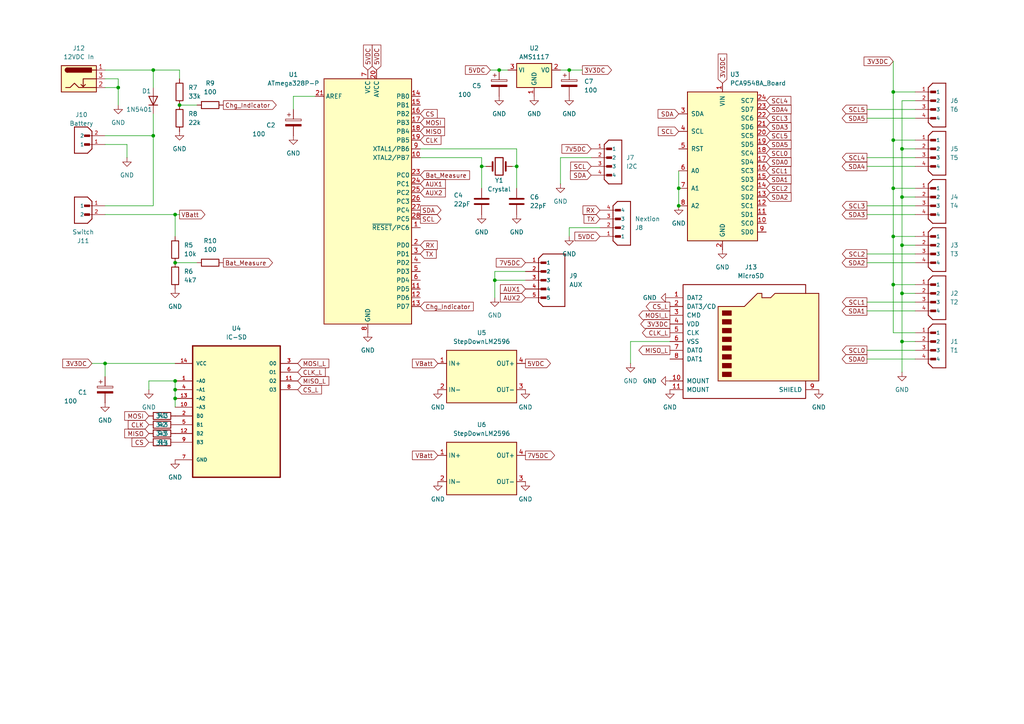
<source format=kicad_sch>
(kicad_sch (version 20231120) (generator "eeschema") (generator_version "8.0")
  (paper "A4")
  (lib_symbols
    (symbol "74VHC125M:74VHC125M" (pin_names (offset 1.016))
      (property "Reference" "U" (at -5.1562 17.8309 0))
      (property "Value" "74VHC125M" (at -4.424 -27.1541 0))
      (symbol "74VHC125M_0_0"
        (rectangle (start -12.7 -22.86) (end 12.7 15.24) (stroke (width 0.4064)) (fill (type background)))
        (pin input line (at -17.78 5.08 0) (length 5.08) (name "~A0") (number "1"))
        (pin input line (at -17.78 -2.54 0) (length 5.08) (name "~A3") (number "10"))
        (pin output line (at 17.78 5.08 180) (length 5.08) (name "O2") (number "11"))
        (pin input line (at -17.78 -10.16 0) (length 5.08) (name "B2") (number "12"))
        (pin input line (at -17.78 0 0) (length 5.08) (name "~A2") (number "13"))
        (pin power_in line (at -17.78 10.16 0) (length 5.08) (name "VCC") (number "14"))
        (pin input line (at -17.78 -5.08 0) (length 5.08) (name "B0") (number "2"))
        (pin output line (at 17.78 10.16 180) (length 5.08) (name "O0") (number "3"))
        (pin input line (at -17.78 2.54 0) (length 5.08) (name "~A1") (number "4"))
        (pin input line (at -17.78 -7.62 0) (length 5.08) (name "B1") (number "5"))
        (pin output line (at 17.78 7.62 180) (length 5.08) (name "O1") (number "6"))
        (pin passive line (at -17.78 -17.78 0) (length 5.08) (name "GND") (number "7"))
        (pin output line (at 17.78 2.54 180) (length 5.08) (name "O3") (number "8"))
        (pin input line (at -17.78 -12.7 0) (length 5.08) (name "B3") (number "9"))
      )
    )
    (symbol "Connector:Barrel_Jack_Switch" (pin_names hide)
      (property "Reference" "J" (at 0 5.334 0))
      (property "Value" "Barrel_Jack_Switch" (at 0 -5.08 0))
      (symbol "Barrel_Jack_Switch_0_1"
        (rectangle (start -5.08 3.81) (end 5.08 -3.81) (stroke (width 0.254)) (fill (type background)))
        (arc (start -3.302 3.175) (mid -3.9343 2.54) (end -3.302 1.905) (stroke (width 0.254)))
        (arc (start -3.302 3.175) (mid -3.9343 2.54) (end -3.302 1.905) (stroke (width 0.254)) (fill (type outline)))
        (polyline (pts (xy 1.27 -2.286) (xy 1.905 -1.651)) (stroke (width 0.254)))
        (polyline (pts (xy 5.08 2.54) (xy 3.81 2.54)) (stroke (width 0.254)))
        (polyline (pts (xy 5.08 0) (xy 1.27 0) (xy 1.27 -2.286) (xy 0.635 -1.651)) (stroke (width 0.254)))
        (polyline (pts (xy -3.81 -2.54) (xy -2.54 -2.54) (xy -1.27 -1.27) (xy 0 -2.54) (xy 2.54 -2.54) (xy 5.08 -2.54)) (stroke (width 0.254)))
        (rectangle (start 3.683 3.175) (end -3.302 1.905) (stroke (width 0.254)) (fill (type outline)))
      )
      (symbol "Barrel_Jack_Switch_1_1"
        (pin passive line (at 7.62 2.54 180) (length 2.54) (name "~") (number "1"))
        (pin passive line (at 7.62 -2.54 180) (length 2.54) (name "~") (number "2"))
        (pin passive line (at 7.62 0 180) (length 2.54) (name "~") (number "3"))
      )
    )
    (symbol "DM3AT-SF-PEJM5:DM3AT-SF-PEJM5" (pin_names (offset 1.016))
      (property "Reference" "J" (at -10.16 20.828 0))
      (property "Value" "DM3AT-SF-PEJM5" (at -2.54 -17.78 0))
      (symbol "DM3AT-SF-PEJM5_0_1"
        (rectangle (start -1.27 -7.62) (end 1.27 -8.89) (stroke (width 0.254)) (fill (type outline)))
        (rectangle (start -1.27 -5.08) (end 1.27 -6.35) (stroke (width 0.254)) (fill (type outline)))
        (rectangle (start -1.27 -2.54) (end 1.27 -3.81) (stroke (width 0.254)) (fill (type outline)))
        (rectangle (start -1.27 0) (end 1.27 -1.27) (stroke (width 0.254)) (fill (type outline)))
        (rectangle (start -1.27 2.54) (end 1.27 1.27) (stroke (width 0.254)) (fill (type outline)))
        (rectangle (start -1.27 5.08) (end 1.27 3.81) (stroke (width 0.254)) (fill (type outline)))
        (rectangle (start -1.27 7.62) (end 1.27 6.35) (stroke (width 0.254)) (fill (type outline)))
        (rectangle (start -1.27 10.16) (end 1.27 8.89) (stroke (width 0.254)) (fill (type outline)))
        (polyline (pts (xy 22.86 15.24) (xy 22.86 17.78) (xy -12.7 17.78) (xy -12.7 -15.24) (xy 22.86 -15.24) (xy 22.86 -10.16)) (stroke (width 0.254)))
        (polyline (pts (xy -2.54 -10.16) (xy -2.54 11.43) (xy 5.08 11.43) (xy 8.89 15.24) (xy 10.16 15.24) (xy 10.16 13.97) (xy 12.7 13.97) (xy 13.97 15.24) (xy 26.67 15.24) (xy 26.67 -10.16) (xy -2.54 -10.16)) (stroke (width 0.254)) (fill (type background)))
      )
      (symbol "DM3AT-SF-PEJM5_1_1"
        (pin bidirectional line (at -16.51 13.97 0) (length 3.81) (name "DAT2") (number "1"))
        (pin passive line (at -16.51 -10.16 0) (length 3.81) (name "MOUNT") (number "10"))
        (pin passive line (at -16.51 -12.7 0) (length 3.81) (name "MOUNT") (number "11"))
        (pin bidirectional line (at -16.51 11.43 0) (length 3.81) (name "DAT3/CD") (number "2"))
        (pin input line (at -16.51 8.89 0) (length 3.81) (name "CMD") (number "3"))
        (pin power_in line (at -16.51 6.35 0) (length 3.81) (name "VDD") (number "4"))
        (pin input line (at -16.51 3.81 0) (length 3.81) (name "CLK") (number "5"))
        (pin power_in line (at -16.51 1.27 0) (length 3.81) (name "VSS") (number "6"))
        (pin bidirectional line (at -16.51 -1.27 0) (length 3.81) (name "DAT0") (number "7"))
        (pin bidirectional line (at -16.51 -3.81 0) (length 3.81) (name "DAT1") (number "8"))
        (pin passive line (at 26.67 -12.7 180) (length 3.81) (name "SHIELD") (number "9"))
      )
    )
    (symbol "Device:C" (pin_numbers hide) (pin_names (offset 0.254))
      (property "Reference" "C" (at 0.635 2.54 0))
      (property "Value" "C" (at 0.635 -2.54 0))
      (symbol "C_0_1"
        (polyline (pts (xy -2.032 -0.762) (xy 2.032 -0.762)) (stroke (width 0.508)))
        (polyline (pts (xy -2.032 0.762) (xy 2.032 0.762)) (stroke (width 0.508)))
      )
      (symbol "C_1_1"
        (pin passive line (at 0 3.81 270) (length 2.794) (name "~") (number "1"))
        (pin passive line (at 0 -3.81 90) (length 2.794) (name "~") (number "2"))
      )
    )
    (symbol "Device:C_Polarized" (pin_numbers hide) (pin_names (offset 0.254))
      (property "Reference" "C" (at 0.635 2.54 0))
      (property "Value" "C_Polarized" (at 0.635 -2.54 0))
      (symbol "C_Polarized_0_1"
        (rectangle (start -2.286 0.508) (end 2.286 1.016))
        (polyline (pts (xy -1.778 2.286) (xy -0.762 2.286)))
        (polyline (pts (xy -1.27 2.794) (xy -1.27 1.778)))
        (rectangle (start 2.286 -0.508) (end -2.286 -1.016) (fill (type outline)))
      )
      (symbol "C_Polarized_1_1"
        (pin passive line (at 0 3.81 270) (length 2.794) (name "~") (number "1"))
        (pin passive line (at 0 -3.81 90) (length 2.794) (name "~") (number "2"))
      )
    )
    (symbol "Device:Crystal" (pin_numbers hide) (pin_names (offset 1.016) hide)
      (property "Reference" "Y" (at 0 3.81 0))
      (property "Value" "Crystal" (at 0 -3.81 0))
      (symbol "Crystal_0_1"
        (rectangle (start -1.143 2.54) (end 1.143 -2.54) (stroke (width 0.3048)))
        (polyline (pts (xy -2.54 0) (xy -1.905 0)))
        (polyline (pts (xy -1.905 -1.27) (xy -1.905 1.27)) (stroke (width 0.508)))
        (polyline (pts (xy 1.905 -1.27) (xy 1.905 1.27)) (stroke (width 0.508)))
        (polyline (pts (xy 2.54 0) (xy 1.905 0)))
      )
      (symbol "Crystal_1_1"
        (pin passive line (at -3.81 0 0) (length 1.27) (name "1") (number "1"))
        (pin passive line (at 3.81 0 180) (length 1.27) (name "2") (number "2"))
      )
    )
    (symbol "Device:R" (pin_numbers hide) (pin_names (offset 0))
      (property "Reference" "R" (at 2.032 0 90))
      (property "Value" "R" (at 0 0 90))
      (symbol "R_0_1"
        (rectangle (start -1.016 -2.54) (end 1.016 2.54) (stroke (width 0.254)))
      )
      (symbol "R_1_1"
        (pin passive line (at 0 3.81 270) (length 1.27) (name "~") (number "1"))
        (pin passive line (at 0 -3.81 90) (length 1.27) (name "~") (number "2"))
      )
    )
    (symbol "Diode:1N5401" (pin_numbers hide) (pin_names hide)
      (property "Reference" "D" (at 0 2.54 0))
      (property "Value" "1N5401" (at 0 -2.54 0))
      (symbol "1N5401_0_1"
        (polyline (pts (xy -1.27 1.27) (xy -1.27 -1.27)) (stroke (width 0.254)))
        (polyline (pts (xy 1.27 0) (xy -1.27 0)))
        (polyline (pts (xy 1.27 1.27) (xy 1.27 -1.27) (xy -1.27 0) (xy 1.27 1.27)) (stroke (width 0.254)))
      )
      (symbol "1N5401_1_1"
        (pin passive line (at -3.81 0 0) (length 2.54) (name "K") (number "1"))
        (pin passive line (at 3.81 0 180) (length 2.54) (name "A") (number "2"))
      )
    )
    (symbol "JST2PINFEMALE:B2B-XH-A" (pin_names (offset 1.016))
      (property "Reference" "J" (at -2.54 6.35 0))
      (property "Value" "JST-2PIN" (at -2.54 -5.08 0))
      (symbol "B2B-XH-A_0_0"
        (rectangle (start -3.175 -0.3175) (end -1.5875 0.3175) (stroke (width 0.1)) (fill (type outline)))
        (rectangle (start -3.175 2.2225) (end -1.5875 2.8575) (stroke (width 0.1)) (fill (type outline)))
        (polyline (pts (xy -3.81 -1.27) (xy -2.54 -2.54)) (stroke (width 0.254)))
        (polyline (pts (xy -3.81 3.81) (xy -3.81 -1.27)) (stroke (width 0.254)))
        (polyline (pts (xy -3.81 3.81) (xy -2.54 5.08)) (stroke (width 0.254)))
        (polyline (pts (xy -2.54 -2.54) (xy 1.27 -2.54)) (stroke (width 0.254)))
        (polyline (pts (xy 1.27 -2.54) (xy 1.27 5.08)) (stroke (width 0.254)))
        (polyline (pts (xy 1.27 5.08) (xy -2.54 5.08)) (stroke (width 0.254)))
        (pin passive line (at -7.62 2.54 0) (length 5.08) (name "1") (number "1"))
        (pin passive line (at -7.62 0 0) (length 5.08) (name "2") (number "2"))
      )
    )
    (symbol "JST4PINFEMALE:B4B-XH-A_LF__SN_" (pin_names (offset 1.016))
      (property "Reference" "J" (at -2.54 6.35 0))
      (property "Value" "JST-4PIN" (at -2.54 -10.16 0))
      (symbol "B4B-XH-A_LF__SN__0_0"
        (rectangle (start -3.175 -5.3975) (end -1.5875 -4.7625) (stroke (width 0.1)) (fill (type outline)))
        (rectangle (start -3.175 -2.8575) (end -1.5875 -2.2225) (stroke (width 0.1)) (fill (type outline)))
        (rectangle (start -3.175 -0.3175) (end -1.5875 0.3175) (stroke (width 0.1)) (fill (type outline)))
        (rectangle (start -3.175 2.2225) (end -1.5875 2.8575) (stroke (width 0.1)) (fill (type outline)))
        (polyline (pts (xy -3.81 -6.35) (xy -2.54 -7.62)) (stroke (width 0.254)))
        (polyline (pts (xy -3.81 3.81) (xy -3.81 -6.35)) (stroke (width 0.254)))
        (polyline (pts (xy -3.81 3.81) (xy -2.54 5.08)) (stroke (width 0.254)))
        (polyline (pts (xy -2.54 -7.62) (xy 1.27 -7.62)) (stroke (width 0.254)))
        (polyline (pts (xy 1.27 -7.62) (xy 1.27 5.08)) (stroke (width 0.254)))
        (polyline (pts (xy 1.27 5.08) (xy -2.54 5.08)) (stroke (width 0.254)))
        (pin passive line (at -7.62 2.54 0) (length 5.08) (name "1") (number "1"))
        (pin passive line (at -7.62 0 0) (length 5.08) (name "2") (number "2"))
        (pin passive line (at -7.62 -2.54 0) (length 5.08) (name "3") (number "3"))
        (pin passive line (at -7.62 -5.08 0) (length 5.08) (name "4") (number "4"))
      )
    )
    (symbol "JST5PIN:B5B-XH-A" (pin_names (offset 1.016))
      (property "Reference" "J" (at -2.54 8.89 0))
      (property "Value" "B5B-XH-A" (at -2.54 -10.16 0))
      (symbol "B5B-XH-A_0_0"
        (rectangle (start -3.175 -5.3975) (end -1.5875 -4.7625) (stroke (width 0.1)) (fill (type outline)))
        (rectangle (start -3.175 -2.8575) (end -1.5875 -2.2225) (stroke (width 0.1)) (fill (type outline)))
        (rectangle (start -3.175 -0.3175) (end -1.5875 0.3175) (stroke (width 0.1)) (fill (type outline)))
        (rectangle (start -3.175 2.2225) (end -1.5875 2.8575) (stroke (width 0.1)) (fill (type outline)))
        (rectangle (start -3.175 4.7625) (end -1.5875 5.3975) (stroke (width 0.1)) (fill (type outline)))
        (polyline (pts (xy -3.81 -6.35) (xy -2.54 -7.62)) (stroke (width 0.254)))
        (polyline (pts (xy -3.81 6.35) (xy -3.81 -6.35)) (stroke (width 0.254)))
        (polyline (pts (xy -3.81 6.35) (xy -2.54 7.62)) (stroke (width 0.254)))
        (polyline (pts (xy -2.54 -7.62) (xy 3.81 -7.62)) (stroke (width 0.254)))
        (polyline (pts (xy 3.81 -7.62) (xy 3.81 7.62)) (stroke (width 0.254)))
        (polyline (pts (xy 3.81 7.62) (xy -2.54 7.62)) (stroke (width 0.254)))
        (pin passive line (at -7.62 5.08 0) (length 5.08) (name "1") (number "1"))
        (pin passive line (at -7.62 2.54 0) (length 5.08) (name "2") (number "2"))
        (pin passive line (at -7.62 0 0) (length 5.08) (name "3") (number "3"))
        (pin passive line (at -7.62 -2.54 0) (length 5.08) (name "4") (number "4"))
        (pin passive line (at -7.62 -5.08 0) (length 5.08) (name "5") (number "5"))
      )
    )
    (symbol "MCU_Microchip_ATmega:ATmega328P-P"
      (property "Reference" "U" (at -12.7 36.83 0))
      (property "Value" "ATmega328P-P" (at 2.54 -36.83 0))
      (symbol "ATmega328P-P_0_1"
        (rectangle (start -12.7 -35.56) (end 12.7 35.56) (stroke (width 0.254)) (fill (type background)))
      )
      (symbol "ATmega328P-P_1_1"
        (pin bidirectional line (at 15.24 -7.62 180) (length 2.54) (name "~{RESET}/PC6") (number "1"))
        (pin bidirectional line (at 15.24 12.7 180) (length 2.54) (name "XTAL2/PB7") (number "10"))
        (pin bidirectional line (at 15.24 -25.4 180) (length 2.54) (name "PD5") (number "11"))
        (pin bidirectional line (at 15.24 -27.94 180) (length 2.54) (name "PD6") (number "12"))
        (pin bidirectional line (at 15.24 -30.48 180) (length 2.54) (name "PD7") (number "13"))
        (pin bidirectional line (at 15.24 30.48 180) (length 2.54) (name "PB0") (number "14"))
        (pin bidirectional line (at 15.24 27.94 180) (length 2.54) (name "PB1") (number "15"))
        (pin bidirectional line (at 15.24 25.4 180) (length 2.54) (name "PB2") (number "16"))
        (pin bidirectional line (at 15.24 22.86 180) (length 2.54) (name "PB3") (number "17"))
        (pin bidirectional line (at 15.24 20.32 180) (length 2.54) (name "PB4") (number "18"))
        (pin bidirectional line (at 15.24 17.78 180) (length 2.54) (name "PB5") (number "19"))
        (pin bidirectional line (at 15.24 -12.7 180) (length 2.54) (name "PD0") (number "2"))
        (pin power_in line (at 2.54 38.1 270) (length 2.54) (name "AVCC") (number "20"))
        (pin passive line (at -15.24 30.48 0) (length 2.54) (name "AREF") (number "21"))
        (pin passive line (at 0 -38.1 90) (length 2.54) hide (name "GND") (number "22"))
        (pin bidirectional line (at 15.24 7.62 180) (length 2.54) (name "PC0") (number "23"))
        (pin bidirectional line (at 15.24 5.08 180) (length 2.54) (name "PC1") (number "24"))
        (pin bidirectional line (at 15.24 2.54 180) (length 2.54) (name "PC2") (number "25"))
        (pin bidirectional line (at 15.24 0 180) (length 2.54) (name "PC3") (number "26"))
        (pin bidirectional line (at 15.24 -2.54 180) (length 2.54) (name "PC4") (number "27"))
        (pin bidirectional line (at 15.24 -5.08 180) (length 2.54) (name "PC5") (number "28"))
        (pin bidirectional line (at 15.24 -15.24 180) (length 2.54) (name "PD1") (number "3"))
        (pin bidirectional line (at 15.24 -17.78 180) (length 2.54) (name "PD2") (number "4"))
        (pin bidirectional line (at 15.24 -20.32 180) (length 2.54) (name "PD3") (number "5"))
        (pin bidirectional line (at 15.24 -22.86 180) (length 2.54) (name "PD4") (number "6"))
        (pin power_in line (at 0 38.1 270) (length 2.54) (name "VCC") (number "7"))
        (pin power_in line (at 0 -38.1 90) (length 2.54) (name "GND") (number "8"))
        (pin bidirectional line (at 15.24 15.24 180) (length 2.54) (name "XTAL1/PB6") (number "9"))
      )
    )
    (symbol "PCA9548A:PCA9548A" (pin_names (offset 1.016))
      (property "Reference" "U" (at -9.398 22.098 0))
      (property "Value" "PCA9548A_Board" (at -19.05 24.13 0))
      (symbol "PCA9548A_0_0"
        (rectangle (start -10.16 21.59) (end 10.16 -21.59) (stroke (width 0.254)) (fill (type background)))
      )
      (symbol "PCA9548A_1_0"
        (pin power_in line (at 0 24.13 270) (length 2.54) (name "VIN") (number "1"))
        (pin bidirectional line (at 12.7 -16.51 180) (length 2.54) (name "SC0") (number "10"))
        (pin bidirectional line (at 12.7 -13.97 180) (length 2.54) (name "SD1") (number "11"))
        (pin bidirectional line (at 12.7 -11.43 180) (length 2.54) (name "SC1") (number "12"))
        (pin bidirectional line (at 12.7 -8.89 180) (length 2.54) (name "SD2") (number "13"))
        (pin bidirectional line (at 12.7 -6.35 180) (length 2.54) (name "SC2") (number "14"))
        (pin bidirectional line (at 12.7 -3.81 180) (length 2.54) (name "SD3") (number "15"))
        (pin bidirectional line (at 12.7 -1.27 180) (length 2.54) (name "SC3") (number "16"))
        (pin bidirectional line (at 12.7 1.27 180) (length 2.54) (name "SD4") (number "17"))
        (pin bidirectional line (at 12.7 3.81 180) (length 2.54) (name "SC4") (number "18"))
        (pin bidirectional line (at 12.7 6.35 180) (length 2.54) (name "SD5") (number "19"))
        (pin power_in line (at 0 -24.13 90) (length 2.54) (name "GND") (number "2"))
        (pin bidirectional line (at 12.7 8.89 180) (length 2.54) (name "SC5") (number "20"))
        (pin bidirectional line (at 12.7 11.43 180) (length 2.54) (name "SD6") (number "21"))
        (pin bidirectional line (at 12.7 13.97 180) (length 2.54) (name "SC6") (number "22"))
        (pin bidirectional line (at 12.7 16.51 180) (length 2.54) (name "SD7") (number "23"))
        (pin bidirectional line (at 12.7 19.05 180) (length 2.54) (name "SC7") (number "24"))
        (pin bidirectional line (at -12.7 15.24 0) (length 2.54) (name "SDA") (number "3"))
        (pin bidirectional line (at -12.7 10.16 0) (length 2.54) (name "SCL") (number "4"))
        (pin bidirectional line (at -12.7 5.08 0) (length 2.54) (name "RST") (number "5"))
        (pin input line (at -12.7 -1.27 0) (length 2.54) (name "A0") (number "6"))
        (pin input line (at -12.7 -6.35 0) (length 2.54) (name "A1") (number "7"))
        (pin input line (at -12.7 -11.43 0) (length 2.54) (name "A2") (number "8"))
        (pin bidirectional line (at 12.7 -19.05 180) (length 2.54) (name "SD0") (number "9"))
      )
    )
    (symbol "Regulator_Linear:AMS1117-3.3"
      (property "Reference" "U" (at -3.81 3.175 0))
      (property "Value" "AMS1117-3.3" (at 0 3.175 0))
      (symbol "AMS1117-3.3_0_1"
        (rectangle (start -5.08 -5.08) (end 5.08 1.905) (stroke (width 0.254)) (fill (type background)))
      )
      (symbol "AMS1117-3.3_1_1"
        (pin power_in line (at 0 -7.62 90) (length 2.54) (name "GND") (number "1"))
        (pin power_out line (at 7.62 0 180) (length 2.54) (name "VO") (number "2"))
        (pin power_in line (at -7.62 0 0) (length 2.54) (name "VI") (number "3"))
      )
    )
    (symbol "StepDownLM2596:StepDownLM2596"
      (property "Reference" "U" (at -5.08 8.89 0))
      (property "Value" "StepDownLM2596" (at -7.62 0 0))
      (symbol "StepDownLM2596_0_1"
        (rectangle (start -10.16 7.62) (end 10.16 -7.62) (stroke (width 0.254)) (fill (type background)))
      )
      (symbol "StepDownLM2596_1_1"
        (pin power_in line (at -12.7 3.81 0) (length 2.54) (name "IN+") (number "1"))
        (pin power_in line (at -12.7 -3.81 0) (length 2.54) (name "IN-") (number "2"))
        (pin power_out line (at 12.7 -3.81 180) (length 2.54) (name "OUT-") (number "3"))
        (pin power_out line (at 12.7 3.81 180) (length 2.54) (name "OUT+") (number "4"))
      )
    )
    (symbol "power:GND" (power) (pin_numbers hide) (pin_names (offset 0) hide)
      (property "Value" "GND" (at 0 -3.81 0))
      (symbol "GND_0_1"
        (polyline (pts (xy 0 0) (xy 0 -1.27) (xy 1.27 -1.27) (xy 0 -2.54) (xy -1.27 -1.27) (xy 0 -1.27)))
      )
      (symbol "GND_1_1"
        (pin power_in line (at 0 0 270) (length 0) (name "~") (number "1"))
      )
    )
  )
  (junction (at 259.08 82.55))
  (junction (at 259.08 54.61))
  (junction (at 50.8 110.49))
  (junction (at 261.62 71.12))
  (junction (at 143.51 81.28))
  (junction (at 259.08 68.58))
  (junction (at 139.7 48.26))
  (junction (at 50.8 115.57))
  (junction (at 165.1 20.32))
  (junction (at 261.62 57.15))
  (junction (at 44.45 39.37))
  (junction (at 259.08 26.67))
  (junction (at 261.62 85.09))
  (junction (at 261.62 43.18))
  (junction (at 52.07 30.48))
  (junction (at 50.8 76.2))
  (junction (at 261.62 99.06))
  (junction (at 50.8 62.23))
  (junction (at 30.48 105.41))
  (junction (at 44.45 20.32))
  (junction (at 196.85 54.61))
  (junction (at 144.78 20.32))
  (junction (at 196.85 59.69))
  (junction (at 34.29 25.4))
  (junction (at 259.08 40.64))
  (junction (at 149.86 48.26))
  (junction (at 50.8 113.03))
  (wire (pts (xy 251.46 62.23) (xy 265.43 62.23)))
  (wire (pts (xy 34.29 25.4) (xy 34.29 30.48)))
  (wire (pts (xy 165.1 66.04) (xy 173.99 66.04)))
  (wire (pts (xy 43.18 110.49) (xy 43.18 113.03)))
  (wire (pts (xy 34.29 22.86) (xy 34.29 25.4)))
  (wire (pts (xy 26.67 105.41) (xy 30.48 105.41)))
  (wire (pts (xy 259.08 26.67) (xy 265.43 26.67)))
  (wire (pts (xy 50.8 110.49) (xy 50.8 113.03)))
  (wire (pts (xy 261.62 57.15) (xy 265.43 57.15)))
  (wire (pts (xy 265.43 68.58) (xy 259.08 68.58)))
  (wire (pts (xy 85.09 27.94) (xy 91.44 27.94)))
  (wire (pts (xy 52.07 20.32) (xy 52.07 22.86)))
  (wire (pts (xy 139.7 48.26) (xy 140.97 48.26)))
  (wire (pts (xy 85.09 31.75) (xy 85.09 27.94)))
  (wire (pts (xy 44.45 25.4) (xy 44.45 20.32)))
  (wire (pts (xy 259.08 82.55) (xy 259.08 68.58)))
  (wire (pts (xy 251.46 101.6) (xy 265.43 101.6)))
  (wire (pts (xy 251.46 87.63) (xy 265.43 87.63)))
  (wire (pts (xy 251.46 90.17) (xy 265.43 90.17)))
  (wire (pts (xy 251.46 31.75) (xy 265.43 31.75)))
  (wire (pts (xy 261.62 43.18) (xy 265.43 43.18)))
  (wire (pts (xy 142.24 20.32) (xy 144.78 20.32)))
  (wire (pts (xy 251.46 73.66) (xy 265.43 73.66)))
  (wire (pts (xy 121.92 43.18) (xy 149.86 43.18)))
  (wire (pts (xy 162.56 20.32) (xy 165.1 20.32)))
  (wire (pts (xy 265.43 82.55) (xy 259.08 82.55)))
  (wire (pts (xy 162.56 53.34) (xy 162.56 45.72)))
  (wire (pts (xy 149.86 43.18) (xy 149.86 48.26)))
  (wire (pts (xy 196.85 49.53) (xy 196.85 54.61)))
  (wire (pts (xy 261.62 71.12) (xy 265.43 71.12)))
  (wire (pts (xy 261.62 85.09) (xy 265.43 85.09)))
  (wire (pts (xy 30.48 20.32) (xy 44.45 20.32)))
  (wire (pts (xy 165.1 20.32) (xy 168.91 20.32)))
  (wire (pts (xy 261.62 99.06) (xy 265.43 99.06)))
  (wire (pts (xy 43.18 110.49) (xy 50.8 110.49)))
  (wire (pts (xy 50.8 76.2) (xy 57.15 76.2)))
  (wire (pts (xy 30.48 59.69) (xy 44.45 59.69)))
  (wire (pts (xy 251.46 34.29) (xy 265.43 34.29)))
  (wire (pts (xy 139.7 54.61) (xy 139.7 48.26)))
  (wire (pts (xy 261.62 57.15) (xy 261.62 71.12)))
  (wire (pts (xy 259.08 40.64) (xy 259.08 54.61)))
  (wire (pts (xy 50.8 115.57) (xy 50.8 118.11)))
  (wire (pts (xy 261.62 99.06) (xy 261.62 107.95)))
  (wire (pts (xy 251.46 104.14) (xy 265.43 104.14)))
  (wire (pts (xy 143.51 78.74) (xy 152.4 78.74)))
  (wire (pts (xy 162.56 45.72) (xy 171.45 45.72)))
  (wire (pts (xy 251.46 48.26) (xy 265.43 48.26)))
  (wire (pts (xy 30.48 22.86) (xy 34.29 22.86)))
  (wire (pts (xy 50.8 62.23) (xy 50.8 68.58)))
  (wire (pts (xy 259.08 40.64) (xy 259.08 26.67)))
  (wire (pts (xy 30.48 62.23) (xy 50.8 62.23)))
  (wire (pts (xy 259.08 17.78) (xy 259.08 26.67)))
  (wire (pts (xy 44.45 59.69) (xy 44.45 39.37)))
  (wire (pts (xy 36.83 41.91) (xy 30.48 41.91)))
  (wire (pts (xy 259.08 96.52) (xy 259.08 82.55)))
  (wire (pts (xy 44.45 20.32) (xy 52.07 20.32)))
  (wire (pts (xy 30.48 25.4) (xy 34.29 25.4)))
  (wire (pts (xy 261.62 43.18) (xy 261.62 57.15)))
  (wire (pts (xy 139.7 45.72) (xy 139.7 48.26)))
  (wire (pts (xy 182.88 105.41) (xy 182.88 99.06)))
  (wire (pts (xy 30.48 105.41) (xy 50.8 105.41)))
  (wire (pts (xy 251.46 76.2) (xy 265.43 76.2)))
  (wire (pts (xy 261.62 71.12) (xy 261.62 85.09)))
  (wire (pts (xy 52.07 30.48) (xy 57.15 30.48)))
  (wire (pts (xy 259.08 54.61) (xy 259.08 68.58)))
  (wire (pts (xy 149.86 54.61) (xy 149.86 48.26)))
  (wire (pts (xy 265.43 29.21) (xy 261.62 29.21)))
  (wire (pts (xy 261.62 29.21) (xy 261.62 43.18)))
  (wire (pts (xy 165.1 68.58) (xy 165.1 66.04)))
  (wire (pts (xy 143.51 81.28) (xy 143.51 78.74)))
  (wire (pts (xy 50.8 62.23) (xy 52.07 62.23)))
  (wire (pts (xy 196.85 54.61) (xy 196.85 59.69)))
  (wire (pts (xy 261.62 85.09) (xy 261.62 99.06)))
  (wire (pts (xy 143.51 81.28) (xy 152.4 81.28)))
  (wire (pts (xy 144.78 20.32) (xy 147.32 20.32)))
  (wire (pts (xy 251.46 59.69) (xy 265.43 59.69)))
  (wire (pts (xy 149.86 48.26) (xy 148.59 48.26)))
  (wire (pts (xy 139.7 45.72) (xy 121.92 45.72)))
  (wire (pts (xy 143.51 86.36) (xy 143.51 81.28)))
  (wire (pts (xy 44.45 39.37) (xy 30.48 39.37)))
  (wire (pts (xy 182.88 99.06) (xy 194.31 99.06)))
  (wire (pts (xy 265.43 54.61) (xy 259.08 54.61)))
  (wire (pts (xy 36.83 41.91) (xy 36.83 45.72)))
  (wire (pts (xy 265.43 96.52) (xy 259.08 96.52)))
  (wire (pts (xy 50.8 113.03) (xy 50.8 115.57)))
  (wire (pts (xy 251.46 45.72) (xy 265.43 45.72)))
  (wire (pts (xy 30.48 109.22) (xy 30.48 105.41)))
  (wire (pts (xy 265.43 40.64) (xy 259.08 40.64)))
  (wire (pts (xy 44.45 33.02) (xy 44.45 39.37)))
  (global_label "MISO_L" (shape output) (at 194.31 101.6 180) (property "Intersheetrefs" "${INTERSHEET_REFS}" (effects (hide yes))))
  (global_label "AUX1" (shape input) (at 121.92 53.34 0) (property "Intersheetrefs" "${INTERSHEET_REFS}" (effects (hide yes))))
  (global_label "SCL1" (shape output) (at 251.46 87.63 180) (property "Intersheetrefs" "${INTERSHEET_REFS}" (effects (hide yes))))
  (global_label "VBatt" (shape input) (at 127 132.08 180) (property "Intersheetrefs" "${INTERSHEET_REFS}" (effects (hide yes))))
  (global_label "SCL" (shape input) (at 171.45 48.26 180) (property "Intersheetrefs" "${INTERSHEET_REFS}" (effects (hide yes))))
  (global_label "SCL4" (shape input) (at 222.25 29.21 0) (property "Intersheetrefs" "${INTERSHEET_REFS}" (effects (hide yes))))
  (global_label "AUX1" (shape input) (at 152.4 83.82 180) (property "Intersheetrefs" "${INTERSHEET_REFS}" (effects (hide yes))))
  (global_label "3V3DC" (shape output) (at 168.91 20.32 0) (property "Intersheetrefs" "${INTERSHEET_REFS}" (effects (hide yes))))
  (global_label "5VDC" (shape input) (at 106.68 20.32 90) (property "Intersheetrefs" "${INTERSHEET_REFS}" (effects (hide yes))))
  (global_label "5VDC" (shape input) (at 173.99 68.58 180) (property "Intersheetrefs" "${INTERSHEET_REFS}" (effects (hide yes))))
  (global_label "RX" (shape input) (at 121.92 71.12 0) (property "Intersheetrefs" "${INTERSHEET_REFS}" (effects (hide yes))))
  (global_label "7V5DC" (shape input) (at 152.4 76.2 180) (property "Intersheetrefs" "${INTERSHEET_REFS}" (effects (hide yes))))
  (global_label "SCL3" (shape input) (at 222.25 34.29 0) (property "Intersheetrefs" "${INTERSHEET_REFS}" (effects (hide yes))))
  (global_label "RX" (shape input) (at 173.99 60.96 180) (property "Intersheetrefs" "${INTERSHEET_REFS}" (effects (hide yes))))
  (global_label "SDA" (shape input) (at 171.45 50.8 180) (property "Intersheetrefs" "${INTERSHEET_REFS}" (effects (hide yes))))
  (global_label "AUX2" (shape input) (at 121.92 55.88 0) (property "Intersheetrefs" "${INTERSHEET_REFS}" (effects (hide yes))))
  (global_label "SDA3" (shape output) (at 251.46 62.23 180) (property "Intersheetrefs" "${INTERSHEET_REFS}" (effects (hide yes))))
  (global_label "CS" (shape input) (at 121.92 33.02 0) (property "Intersheetrefs" "${INTERSHEET_REFS}" (effects (hide yes))))
  (global_label "SDA" (shape input) (at 196.85 33.02 180) (property "Intersheetrefs" "${INTERSHEET_REFS}" (effects (hide yes))))
  (global_label "3V3DC" (shape input) (at 26.67 105.41 180) (property "Intersheetrefs" "${INTERSHEET_REFS}" (effects (hide yes))))
  (global_label "MOSI_L" (shape input) (at 86.36 105.41 0) (property "Intersheetrefs" "${INTERSHEET_REFS}" (effects (hide yes))))
  (global_label "5VDC" (shape output) (at 152.4 105.41 0) (property "Intersheetrefs" "${INTERSHEET_REFS}" (effects (hide yes))))
  (global_label "Chg_Indicator" (shape output) (at 64.77 30.48 0) (property "Intersheetrefs" "${INTERSHEET_REFS}" (effects (hide yes))))
  (global_label "CLK_L" (shape output) (at 194.31 96.52 180) (property "Intersheetrefs" "${INTERSHEET_REFS}" (effects (hide yes))))
  (global_label "TX" (shape input) (at 173.99 63.5 180) (property "Intersheetrefs" "${INTERSHEET_REFS}" (effects (hide yes))))
  (global_label "SCL4" (shape output) (at 251.46 45.72 180) (property "Intersheetrefs" "${INTERSHEET_REFS}" (effects (hide yes))))
  (global_label "SDA5" (shape input) (at 222.25 41.91 0) (property "Intersheetrefs" "${INTERSHEET_REFS}" (effects (hide yes))))
  (global_label "MOSI_L" (shape output) (at 194.31 91.44 180) (property "Intersheetrefs" "${INTERSHEET_REFS}" (effects (hide yes))))
  (global_label "SDA3" (shape input) (at 222.25 36.83 0) (property "Intersheetrefs" "${INTERSHEET_REFS}" (effects (hide yes))))
  (global_label "SCL0" (shape input) (at 222.25 44.45 0) (property "Intersheetrefs" "${INTERSHEET_REFS}" (effects (hide yes))))
  (global_label "TX" (shape input) (at 121.92 73.66 0) (property "Intersheetrefs" "${INTERSHEET_REFS}" (effects (hide yes))))
  (global_label "CLK" (shape input) (at 121.92 40.64 0) (property "Intersheetrefs" "${INTERSHEET_REFS}" (effects (hide yes))))
  (global_label "VBatt" (shape output) (at 52.07 62.23 0) (property "Intersheetrefs" "${INTERSHEET_REFS}" (effects (hide yes))))
  (global_label "SCL2" (shape output) (at 251.46 73.66 180) (property "Intersheetrefs" "${INTERSHEET_REFS}" (effects (hide yes))))
  (global_label "SDA0" (shape output) (at 251.46 104.14 180) (property "Intersheetrefs" "${INTERSHEET_REFS}" (effects (hide yes))))
  (global_label "SDA4" (shape input) (at 222.25 31.75 0) (property "Intersheetrefs" "${INTERSHEET_REFS}" (effects (hide yes))))
  (global_label "SCL2" (shape input) (at 222.25 54.61 0) (property "Intersheetrefs" "${INTERSHEET_REFS}" (effects (hide yes))))
  (global_label "Chg_Indicator" (shape input) (at 121.92 88.9 0) (property "Intersheetrefs" "${INTERSHEET_REFS}" (effects (hide yes))))
  (global_label "CLK" (shape input) (at 43.18 123.19 180) (property "Intersheetrefs" "${INTERSHEET_REFS}" (effects (hide yes))))
  (global_label "CS_L" (shape output) (at 194.31 88.9 180) (property "Intersheetrefs" "${INTERSHEET_REFS}" (effects (hide yes))))
  (global_label "MISO" (shape input) (at 43.18 125.73 180) (property "Intersheetrefs" "${INTERSHEET_REFS}" (effects (hide yes))))
  (global_label "SDA5" (shape output) (at 251.46 34.29 180) (property "Intersheetrefs" "${INTERSHEET_REFS}" (effects (hide yes))))
  (global_label "MOSI" (shape input) (at 121.92 35.56 0) (property "Intersheetrefs" "${INTERSHEET_REFS}" (effects (hide yes))))
  (global_label "SCL5" (shape output) (at 251.46 31.75 180) (property "Intersheetrefs" "${INTERSHEET_REFS}" (effects (hide yes))))
  (global_label "7V5DC" (shape input) (at 171.45 43.18 180) (property "Intersheetrefs" "${INTERSHEET_REFS}" (effects (hide yes))))
  (global_label "SDA2" (shape output) (at 251.46 76.2 180) (property "Intersheetrefs" "${INTERSHEET_REFS}" (effects (hide yes))))
  (global_label "SDA1" (shape output) (at 251.46 90.17 180) (property "Intersheetrefs" "${INTERSHEET_REFS}" (effects (hide yes))))
  (global_label "Bat_Measure" (shape input) (at 121.92 50.8 0) (property "Intersheetrefs" "${INTERSHEET_REFS}" (effects (hide yes))))
  (global_label "SCL0" (shape output) (at 251.46 101.6 180) (property "Intersheetrefs" "${INTERSHEET_REFS}" (effects (hide yes))))
  (global_label "CS_L" (shape input) (at 86.36 113.03 0) (property "Intersheetrefs" "${INTERSHEET_REFS}" (effects (hide yes))))
  (global_label "SCL1" (shape input) (at 222.25 49.53 0) (property "Intersheetrefs" "${INTERSHEET_REFS}" (effects (hide yes))))
  (global_label "5VDC" (shape input) (at 142.24 20.32 180) (property "Intersheetrefs" "${INTERSHEET_REFS}" (effects (hide yes))))
  (global_label "MISO_L" (shape input) (at 86.36 110.49 0) (property "Intersheetrefs" "${INTERSHEET_REFS}" (effects (hide yes))))
  (global_label "SCL" (shape output) (at 121.92 63.5 0) (property "Intersheetrefs" "${INTERSHEET_REFS}" (effects (hide yes))))
  (global_label "3V3DC" (shape input) (at 259.08 17.78 180) (property "Intersheetrefs" "${INTERSHEET_REFS}" (effects (hide yes))))
  (global_label "AUX2" (shape input) (at 152.4 86.36 180) (property "Intersheetrefs" "${INTERSHEET_REFS}" (effects (hide yes))))
  (global_label "VBatt" (shape input) (at 127 105.41 180) (property "Intersheetrefs" "${INTERSHEET_REFS}" (effects (hide yes))))
  (global_label "SDA1" (shape input) (at 222.25 52.07 0) (property "Intersheetrefs" "${INTERSHEET_REFS}" (effects (hide yes))))
  (global_label "5VDC" (shape input) (at 109.22 20.32 90) (property "Intersheetrefs" "${INTERSHEET_REFS}" (effects (hide yes))))
  (global_label "CLK_L" (shape input) (at 86.36 107.95 0) (property "Intersheetrefs" "${INTERSHEET_REFS}" (effects (hide yes))))
  (global_label "SDA" (shape output) (at 121.92 60.96 0) (property "Intersheetrefs" "${INTERSHEET_REFS}" (effects (hide yes))))
  (global_label "SDA4" (shape output) (at 251.46 48.26 180) (property "Intersheetrefs" "${INTERSHEET_REFS}" (effects (hide yes))))
  (global_label "SCL5" (shape input) (at 222.25 39.37 0) (property "Intersheetrefs" "${INTERSHEET_REFS}" (effects (hide yes))))
  (global_label "Bat_Measure" (shape output) (at 64.77 76.2 0) (property "Intersheetrefs" "${INTERSHEET_REFS}" (effects (hide yes))))
  (global_label "SDA0" (shape input) (at 222.25 46.99 0) (property "Intersheetrefs" "${INTERSHEET_REFS}" (effects (hide yes))))
  (global_label "CS" (shape input) (at 43.18 128.27 180) (property "Intersheetrefs" "${INTERSHEET_REFS}" (effects (hide yes))))
  (global_label "SDA2" (shape input) (at 222.25 57.15 0) (property "Intersheetrefs" "${INTERSHEET_REFS}" (effects (hide yes))))
  (global_label "3V3DC" (shape input) (at 209.55 24.13 90) (property "Intersheetrefs" "${INTERSHEET_REFS}" (effects (hide yes))))
  (global_label "SCL3" (shape output) (at 251.46 59.69 180) (property "Intersheetrefs" "${INTERSHEET_REFS}" (effects (hide yes))))
  (global_label "3V3DC" (shape output) (at 194.31 93.98 180) (property "Intersheetrefs" "${INTERSHEET_REFS}" (effects (hide yes))))
  (global_label "SCL" (shape input) (at 196.85 38.1 180) (property "Intersheetrefs" "${INTERSHEET_REFS}" (effects (hide yes))))
  (global_label "MISO" (shape input) (at 121.92 38.1 0) (property "Intersheetrefs" "${INTERSHEET_REFS}" (effects (hide yes))))
  (global_label "7V5DC" (shape output) (at 152.4 132.08 0) (property "Intersheetrefs" "${INTERSHEET_REFS}" (effects (hide yes))))
  (global_label "MOSI" (shape input) (at 43.18 120.65 180) (property "Intersheetrefs" "${INTERSHEET_REFS}" (effects (hide yes))))
  (symbol (lib_id "JST4PINFEMALE:B4B-XH-A_LF__SN_") (at 273.05 57.15 0) (unit 1)
    (property "Reference" "J4" (at 275.59 57.1499 0) (effects (justify left)))
    (property "Value" "T4" (at 275.59 59.6899 0) (effects (justify left)))
    (property "Footprint" "Project_Fania_Ersa:JST_B4B-XH-A_LF__SN_" (effects (hide yes)))
  )
  (symbol (lib_id "Device:C_Polarized") (at 144.78 24.13 0) (unit 1)
    (property "Reference" "C5" (at 136.906 24.892 0) (effects (justify left)))
    (property "Value" "100" (at 132.842 27.432 0) (effects (justify left)))
    (property "Footprint" "Capacitor_THT:C_Radial_D5.0mm_H11.0mm_P2.00mm" (effects (hide yes)))
    (property "Description" "Polarized capacitor" (effects (hide yes)))
  )
  (symbol (lib_id "power:GND") (at 144.78 27.94 0) (unit 1)
    (property "Reference" "#PWR015" (effects (hide yes)))
    (property "Value" "GND" (at 144.78 33.02 0))
    (property "Description" "Power symbol creates a global label with name \"GND\" , ground" (effects (hide yes)))
  )
  (symbol (lib_id "JST4PINFEMALE:B4B-XH-A_LF__SN_") (at 179.07 45.72 0) (unit 1)
    (property "Reference" "J7" (at 181.61 45.7199 0) (effects (justify left)))
    (property "Value" "I2C" (at 181.61 48.2599 0) (effects (justify left)))
    (property "Footprint" "Project_Fania_Ersa:JST_B4B-XH-A_LF__SN_" (effects (hide yes)))
  )
  (symbol (lib_id "74VHC125M:74VHC125M") (at 68.58 115.57 0) (unit 1)
    (property "Reference" "U4" (at 68.58 95.25 0))
    (property "Value" "IC-SD" (at 68.58 97.79 0))
    (property "Footprint" "Project_Fania_Ersa:SOIC127P600X175-14N" (effects (hide yes)))
    (property "MF" "ON Semiconductor" (effects (hide yes)))
    (property "Description_1" "\nBuffer, Non-Inverting 4 Element 1 Bit per Element 3-State Output 14-TSSOP\n" (effects (hide yes)))
    (property "PACKAGE" "SOIC-14" (effects (hide yes)))
    (property "MPN" "74VHC125M" (effects (hide yes)))
    (property "Price" "None" (effects (hide yes)))
    (property "Package" "SOIC-14 ON Semiconductor" (effects (hide yes)))
    (property "OC_FARNELL" "1014113" (effects (hide yes)))
    (property "SnapEDA_Link" "https://www.snapeda.com/parts/74VHC125M/Onsemi/view-part/?ref=snap" (effects (hide yes)))
    (property "MP" "74VHC125M" (effects (hide yes)))
    (property "SUPPLIER" "Fairchild" (effects (hide yes)))
    (property "OC_NEWARK" "83C5570" (effects (hide yes)))
    (property "Availability" "In Stock" (effects (hide yes)))
    (property "Check_prices" "https://www.snapeda.com/parts/74VHC125M/Onsemi/view-part/?ref=eda" (effects (hide yes)))
  )
  (symbol (lib_id "JST4PINFEMALE:B4B-XH-A_LF__SN_") (at 273.05 99.06 0) (unit 1)
    (property "Reference" "J1" (at 275.59 99.0599 0) (effects (justify left)))
    (property "Value" "T1" (at 275.59 101.5999 0) (effects (justify left)))
    (property "Footprint" "Project_Fania_Ersa:JST_B4B-XH-A_LF__SN_" (effects (hide yes)))
  )
  (symbol (lib_id "power:GND") (at 194.31 110.49 270) (unit 1)
    (property "Reference" "#PWR028" (effects (hide yes)))
    (property "Value" "GND" (at 190.5 110.4899 90) (effects (justify right)))
    (property "Description" "Power symbol creates a global label with name \"GND\" , ground" (effects (hide yes)))
  )
  (symbol (lib_id "MCU_Microchip_ATmega:ATmega328P-P") (at 106.68 58.42 0) (unit 1)
    (property "Reference" "U1" (at 85.09 21.6214 0))
    (property "Value" "ATmega328P-P" (at 85.09 24.1614 0))
    (property "Footprint" "Package_DIP:DIP-28_W7.62mm" (effects (hide yes)))
    (property "Datasheet" "http://ww1.microchip.com/downloads/en/DeviceDoc/ATmega328_P%20AVR%20MCU%20with%20picoPower%20Technology%20Data%20Sheet%2040001984A.pdf" (effects (hide yes)))
    (property "Description" "20MHz, 32kB Flash, 2kB SRAM, 1kB EEPROM, DIP-28" (effects (hide yes)))
  )
  (symbol (lib_id "JST4PINFEMALE:B4B-XH-A_LF__SN_") (at 181.61 66.04 0) (mirror x) (unit 1)
    (property "Reference" "J8" (at 184.15 66.0401 0) (effects (justify left)))
    (property "Value" "Nextion" (at 184.15 63.5001 0) (effects (justify left)))
    (property "Footprint" "Project_Fania_Ersa:JST_B4B-XH-A_LF__SN_" (effects (hide yes)))
  )
  (symbol (lib_id "Connector:Barrel_Jack_Switch") (at 22.86 22.86 0) (unit 1)
    (property "Reference" "J12" (at 22.86 13.97 0))
    (property "Value" "12VDC In" (at 22.86 16.51 0))
    (property "Footprint" "Connector_BarrelJack:BarrelJack_Horizontal" (effects (hide yes)))
    (property "Description" "DC Barrel Jack with an internal switch" (effects (hide yes)))
  )
  (symbol (lib_id "power:GND") (at 50.8 83.82 0) (unit 1)
    (property "Reference" "#PWR05" (effects (hide yes)))
    (property "Value" "GND" (at 50.8 88.9 0))
    (property "Description" "Power symbol creates a global label with name \"GND\" , ground" (effects (hide yes)))
  )
  (symbol (lib_id "power:GND") (at 165.1 68.58 0) (unit 1)
    (property "Reference" "#PWR021" (effects (hide yes)))
    (property "Value" "GND" (at 165.1 73.66 0))
    (property "Description" "Power symbol creates a global label with name \"GND\" , ground" (effects (hide yes)))
  )
  (symbol (lib_id "Device:R") (at 46.99 125.73 90) (unit 1)
    (property "Reference" "R3" (at 46.99 125.73 90))
    (property "Value" "3k3" (at 46.99 125.73 90))
    (property "Footprint" "Resistor_THT:R_Axial_DIN0207_L6.3mm_D2.5mm_P10.16mm_Horizontal" (effects (hide yes)))
    (property "Description" "Resistor" (effects (hide yes)))
  )
  (symbol (lib_id "StepDownLM2596:StepDownLM2596") (at 139.7 135.89 0) (unit 1)
    (property "Reference" "U6" (at 139.7 123.19 0))
    (property "Value" "StepDownLM2596" (at 139.7 125.73 0))
    (property "Footprint" "Project_Fania_Ersa:Step_Down_DCDC" (effects (hide yes)))
  )
  (symbol (lib_id "power:GND") (at 261.62 107.95 0) (unit 1)
    (property "Reference" "#PWR027" (effects (hide yes)))
    (property "Value" "GND" (at 261.62 113.03 0))
    (property "Description" "Power symbol creates a global label with name \"GND\" , ground" (effects (hide yes)))
  )
  (symbol (lib_id "JST4PINFEMALE:B4B-XH-A_LF__SN_") (at 273.05 71.12 0) (unit 1)
    (property "Reference" "J3" (at 275.59 71.1199 0) (effects (justify left)))
    (property "Value" "T3" (at 275.59 73.6599 0) (effects (justify left)))
    (property "Footprint" "Project_Fania_Ersa:JST_B4B-XH-A_LF__SN_" (effects (hide yes)))
  )
  (symbol (lib_id "power:GND") (at 149.86 62.23 0) (unit 1)
    (property "Reference" "#PWR016" (effects (hide yes)))
    (property "Value" "GND" (at 149.86 67.31 0))
    (property "Description" "Power symbol creates a global label with name \"GND\" , ground" (effects (hide yes)))
  )
  (symbol (lib_id "JST4PINFEMALE:B4B-XH-A_LF__SN_") (at 273.05 29.21 0) (unit 1)
    (property "Reference" "J6" (at 275.59 29.2099 0) (effects (justify left)))
    (property "Value" "T6" (at 275.59 31.7499 0) (effects (justify left)))
    (property "Footprint" "Project_Fania_Ersa:JST_B4B-XH-A_LF__SN_" (effects (hide yes)))
  )
  (symbol (lib_id "Device:R") (at 60.96 76.2 270) (mirror x) (unit 1)
    (property "Reference" "R10" (at 60.96 69.85 90))
    (property "Value" "100" (at 60.96 72.39 90))
    (property "Footprint" "Resistor_THT:R_Axial_DIN0207_L6.3mm_D2.5mm_P10.16mm_Horizontal" (effects (hide yes)))
    (property "Description" "Resistor" (effects (hide yes)))
  )
  (symbol (lib_id "Device:R") (at 50.8 72.39 0) (unit 1)
    (property "Reference" "R5" (at 53.34 71.1199 0) (effects (justify left)))
    (property "Value" "10k" (at 53.34 73.6599 0) (effects (justify left)))
    (property "Footprint" "Resistor_THT:R_Axial_DIN0207_L6.3mm_D2.5mm_P10.16mm_Horizontal" (effects (hide yes)))
    (property "Description" "Resistor" (effects (hide yes)))
  )
  (symbol (lib_id "Device:C_Polarized") (at 30.48 113.03 0) (unit 1)
    (property "Reference" "C1" (at 22.606 113.792 0) (effects (justify left)))
    (property "Value" "100" (at 18.542 116.332 0) (effects (justify left)))
    (property "Footprint" "Capacitor_THT:C_Radial_D5.0mm_H11.0mm_P2.00mm" (effects (hide yes)))
    (property "Description" "Polarized capacitor" (effects (hide yes)))
  )
  (symbol (lib_id "JST4PINFEMALE:B4B-XH-A_LF__SN_") (at 273.05 43.18 0) (unit 1)
    (property "Reference" "J5" (at 275.59 43.1799 0) (effects (justify left)))
    (property "Value" "T5" (at 275.59 45.7199 0) (effects (justify left)))
    (property "Footprint" "Project_Fania_Ersa:JST_B4B-XH-A_LF__SN_" (effects (hide yes)))
  )
  (symbol (lib_id "Regulator_Linear:AMS1117-3.3") (at 154.94 20.32 0) (unit 1)
    (property "Reference" "U2" (at 154.94 13.97 0))
    (property "Value" "AMS1117" (at 154.94 16.51 0))
    (property "Footprint" "Package_TO_SOT_SMD:SOT-223-3_TabPin2" (effects (hide yes)))
    (property "Datasheet" "http://www.advanced-monolithic.com/pdf/ds1117.pdf" (effects (hide yes)))
    (property "Description" "1A Low Dropout regulator, positive, 3.3V fixed output, SOT-223" (effects (hide yes)))
  )
  (symbol (lib_id "power:GND") (at 154.94 27.94 0) (unit 1)
    (property "Reference" "#PWR018" (effects (hide yes)))
    (property "Value" "GND" (at 154.94 33.02 0))
    (property "Description" "Power symbol creates a global label with name \"GND\" , ground" (effects (hide yes)))
  )
  (symbol (lib_id "Device:R") (at 52.07 26.67 0) (unit 1)
    (property "Reference" "R7" (at 54.61 25.3999 0) (effects (justify left)))
    (property "Value" "33k" (at 54.61 27.9399 0) (effects (justify left)))
    (property "Footprint" "Resistor_THT:R_Axial_DIN0207_L6.3mm_D2.5mm_P10.16mm_Horizontal" (effects (hide yes)))
    (property "Description" "Resistor" (effects (hide yes)))
  )
  (symbol (lib_id "PCA9548A:PCA9548A") (at 209.55 48.26 0) (unit 1)
    (property "Reference" "U3" (at 211.7441 21.59 0) (effects (justify left)))
    (property "Value" "PCA9548A_Board" (at 211.7441 24.13 0) (effects (justify left)))
    (property "Footprint" "Project_Fania_Ersa:PCA9548A" (effects (hide yes)))
  )
  (symbol (lib_id "StepDownLM2596:StepDownLM2596") (at 139.7 109.22 0) (unit 1)
    (property "Reference" "U5" (at 139.7 96.52 0))
    (property "Value" "StepDownLM2596" (at 139.7 99.06 0))
    (property "Footprint" "Project_Fania_Ersa:Step_Down_DCDC" (effects (hide yes)))
  )
  (symbol (lib_id "power:GND") (at 143.51 86.36 0) (unit 1)
    (property "Reference" "#PWR014" (effects (hide yes)))
    (property "Value" "GND" (at 143.51 91.44 0))
    (property "Description" "Power symbol creates a global label with name \"GND\" , ground" (effects (hide yes)))
  )
  (symbol (lib_id "JST4PINFEMALE:B4B-XH-A_LF__SN_") (at 273.05 85.09 0) (unit 1)
    (property "Reference" "J2" (at 275.59 85.0899 0) (effects (justify left)))
    (property "Value" "T2" (at 275.59 87.6299 0) (effects (justify left)))
    (property "Footprint" "Project_Fania_Ersa:JST_B4B-XH-A_LF__SN_" (effects (hide yes)))
  )
  (symbol (lib_id "JST2PINFEMALE:B2B-XH-A") (at 22.86 62.23 0) (mirror y) (unit 1)
    (property "Reference" "J11" (at 24.13 69.85 0))
    (property "Value" "Switch" (at 24.13 67.31 0))
    (property "Footprint" "Project_Fania_Ersa:JST_B2B-XH-A" (effects (hide yes)))
  )
  (symbol (lib_id "power:GND") (at 196.85 59.69 0) (unit 1)
    (property "Reference" "#PWR024" (effects (hide yes)))
    (property "Value" "GND" (at 196.85 64.77 0))
    (property "Description" "Power symbol creates a global label with name \"GND\" , ground" (effects (hide yes)))
  )
  (symbol (lib_id "JST5PIN:B5B-XH-A") (at 160.02 81.28 0) (unit 1)
    (property "Reference" "J9" (at 165.1 80.0099 0) (effects (justify left)))
    (property "Value" "AUX" (at 165.1 82.5499 0) (effects (justify left)))
    (property "Footprint" "Project_Fania_Ersa:JST_B5B-XH-A_LF__SN_" (effects (hide yes)))
    (property "MF" "JST Sales" (effects (hide yes)))
    (property "MAXIMUM_PACKAGE_HEIGHT" "7.00 mm" (effects (hide yes)))
    (property "Package" "None" (effects (hide yes)))
    (property "Price" "None" (effects (hide yes)))
    (property "Check_prices" "https://www.snapeda.com/parts/B5B-XH-A/JST+Sales+America+Inc./view-part/?ref=eda" (effects (hide yes)))
    (property "STANDARD" "Manufacturer Recommendations" (effects (hide yes)))
    (property "PARTREV" "7/4/21" (effects (hide yes)))
    (property "SnapEDA_Link" "https://www.snapeda.com/parts/B5B-XH-A/JST+Sales+America+Inc./view-part/?ref=snap" (effects (hide yes)))
    (property "MP" "B5B-XH-A" (effects (hide yes)))
    (property "Description_1" "\nConnector Header Through Hole 5 position 0.098 (2.50mm)\n" (effects (hide yes)))
    (property "Availability" "In Stock" (effects (hide yes)))
    (property "MANUFACTURER" "JST" (effects (hide yes)))
  )
  (symbol (lib_id "Device:R") (at 46.99 120.65 90) (unit 1)
    (property "Reference" "R1" (at 46.99 120.396 90))
    (property "Value" "3k3" (at 46.99 120.65 90))
    (property "Footprint" "Resistor_THT:R_Axial_DIN0207_L6.3mm_D2.5mm_P10.16mm_Horizontal" (effects (hide yes)))
    (property "Description" "Resistor" (effects (hide yes)))
  )
  (symbol (lib_id "Device:R") (at 46.99 128.27 90) (unit 1)
    (property "Reference" "R4" (at 47.244 128.27 90))
    (property "Value" "3k3" (at 46.99 128.524 90))
    (property "Footprint" "Resistor_THT:R_Axial_DIN0207_L6.3mm_D2.5mm_P10.16mm_Horizontal" (effects (hide yes)))
    (property "Description" "Resistor" (effects (hide yes)))
  )
  (symbol (lib_id "power:GND") (at 194.31 86.36 270) (unit 1)
    (property "Reference" "#PWR029" (effects (hide yes)))
    (property "Value" "GND" (at 190.5 86.3599 90) (effects (justify right)))
    (property "Description" "Power symbol creates a global label with name \"GND\" , ground" (effects (hide yes)))
  )
  (symbol (lib_id "JST2PINFEMALE:B2B-XH-A") (at 22.86 39.37 180) (unit 1)
    (property "Reference" "J10" (at 23.622 33.274 0))
    (property "Value" "Battery" (at 23.622 35.814 0))
    (property "Footprint" "Connector_JST:JST_XH_S2B-XH-A_1x02_P2.50mm_Horizontal" (effects (hide yes)))
  )
  (symbol (lib_id "power:GND") (at 85.09 39.37 0) (unit 1)
    (property "Reference" "#PWR08" (effects (hide yes)))
    (property "Value" "GND" (at 85.09 44.45 0))
    (property "Description" "Power symbol creates a global label with name \"GND\" , ground" (effects (hide yes)))
  )
  (symbol (lib_id "power:GND") (at 139.7 62.23 0) (unit 1)
    (property "Reference" "#PWR013" (effects (hide yes)))
    (property "Value" "GND" (at 139.7 67.31 0))
    (property "Description" "Power symbol creates a global label with name \"GND\" , ground" (effects (hide yes)))
  )
  (symbol (lib_id "power:GND") (at 106.68 96.52 0) (unit 1)
    (property "Reference" "#PWR09" (effects (hide yes)))
    (property "Value" "GND" (at 106.68 101.6 0))
    (property "Description" "Power symbol creates a global label with name \"GND\" , ground" (effects (hide yes)))
  )
  (symbol (lib_id "Device:C") (at 139.7 58.42 0) (unit 1)
    (property "Reference" "C4" (at 131.572 56.642 0) (effects (justify left)))
    (property "Value" "22pF" (at 131.572 59.182 0) (effects (justify left)))
    (property "Footprint" "Capacitor_THT:C_Disc_D3.0mm_W1.6mm_P2.50mm" (effects (hide yes)))
    (property "Description" "Unpolarized capacitor" (effects (hide yes)))
  )
  (symbol (lib_id "Device:R") (at 50.8 80.01 0) (unit 1)
    (property "Reference" "R6" (at 53.34 78.7399 0) (effects (justify left)))
    (property "Value" "4k7" (at 53.34 81.2799 0) (effects (justify left)))
    (property "Footprint" "Resistor_THT:R_Axial_DIN0207_L6.3mm_D2.5mm_P10.16mm_Horizontal" (effects (hide yes)))
    (property "Description" "Resistor" (effects (hide yes)))
  )
  (symbol (lib_id "power:GND") (at 237.49 113.03 0) (unit 1)
    (property "Reference" "#PWR026" (effects (hide yes)))
    (property "Value" "GND" (at 237.49 118.11 0))
    (property "Description" "Power symbol creates a global label with name \"GND\" , ground" (effects (hide yes)))
  )
  (symbol (lib_id "power:GND") (at 43.18 113.03 0) (unit 1)
    (property "Reference" "#PWR04" (effects (hide yes)))
    (property "Value" "GND" (at 43.18 118.11 0))
    (property "Description" "Power symbol creates a global label with name \"GND\" , ground" (effects (hide yes)))
  )
  (symbol (lib_id "Device:R") (at 46.99 123.19 90) (unit 1)
    (property "Reference" "R2" (at 46.99 123.19 90))
    (property "Value" "3k3" (at 46.99 123.19 90))
    (property "Footprint" "Resistor_THT:R_Axial_DIN0207_L6.3mm_D2.5mm_P10.16mm_Horizontal" (effects (hide yes)))
    (property "Description" "Resistor" (effects (hide yes)))
  )
  (symbol (lib_id "power:GND") (at 30.48 116.84 0) (unit 1)
    (property "Reference" "#PWR01" (effects (hide yes)))
    (property "Value" "GND" (at 30.48 121.92 0))
    (property "Description" "Power symbol creates a global label with name \"GND\" , ground" (effects (hide yes)))
  )
  (symbol (lib_id "Device:C_Polarized") (at 165.1 24.13 0) (unit 1)
    (property "Reference" "C7" (at 169.418 23.622 0) (effects (justify left)))
    (property "Value" "100" (at 169.418 26.162 0) (effects (justify left)))
    (property "Footprint" "Capacitor_THT:C_Radial_D5.0mm_H11.0mm_P2.00mm" (effects (hide yes)))
    (property "Description" "Polarized capacitor" (effects (hide yes)))
  )
  (symbol (lib_id "power:GND") (at 152.4 113.03 0) (unit 1)
    (property "Reference" "#PWR011" (effects (hide yes)))
    (property "Value" "GND" (at 152.4 118.11 0))
    (property "Description" "Power symbol creates a global label with name \"GND\" , ground" (effects (hide yes)))
  )
  (symbol (lib_id "Device:C_Polarized") (at 85.09 35.56 0) (unit 1)
    (property "Reference" "C2" (at 77.216 36.322 0) (effects (justify left)))
    (property "Value" "100" (at 73.152 38.862 0) (effects (justify left)))
    (property "Footprint" "Capacitor_THT:C_Radial_D5.0mm_H11.0mm_P2.00mm" (effects (hide yes)))
    (property "Description" "Polarized capacitor" (effects (hide yes)))
  )
  (symbol (lib_id "power:GND") (at 152.4 139.7 0) (unit 1)
    (property "Reference" "#PWR017" (effects (hide yes)))
    (property "Value" "GND" (at 152.4 144.78 0))
    (property "Description" "Power symbol creates a global label with name \"GND\" , ground" (effects (hide yes)))
  )
  (symbol (lib_id "power:GND") (at 36.83 45.72 0) (unit 1)
    (property "Reference" "#PWR03" (effects (hide yes)))
    (property "Value" "GND" (at 36.83 50.8 0))
    (property "Description" "Power symbol creates a global label with name \"GND\" , ground" (effects (hide yes)))
  )
  (symbol (lib_id "power:GND") (at 34.29 30.48 0) (unit 1)
    (property "Reference" "#PWR02" (effects (hide yes)))
    (property "Value" "GND" (at 34.29 35.56 0))
    (property "Description" "Power symbol creates a global label with name \"GND\" , ground" (effects (hide yes)))
  )
  (symbol (lib_id "power:GND") (at 52.07 38.1 0) (unit 1)
    (property "Reference" "#PWR07" (effects (hide yes)))
    (property "Value" "GND" (at 52.07 43.18 0))
    (property "Description" "Power symbol creates a global label with name \"GND\" , ground" (effects (hide yes)))
  )
  (symbol (lib_id "Device:C") (at 149.86 58.42 0) (unit 1)
    (property "Reference" "C6" (at 153.67 57.1499 0) (effects (justify left)))
    (property "Value" "22pF" (at 153.67 59.6899 0) (effects (justify left)))
    (property "Footprint" "Capacitor_THT:C_Disc_D3.0mm_W1.6mm_P2.50mm" (effects (hide yes)))
    (property "Description" "Unpolarized capacitor" (effects (hide yes)))
  )
  (symbol (lib_id "power:GND") (at 127 113.03 0) (unit 1)
    (property "Reference" "#PWR010" (effects (hide yes)))
    (property "Value" "GND" (at 127 118.11 0))
    (property "Description" "Power symbol creates a global label with name \"GND\" , ground" (effects (hide yes)))
  )
  (symbol (lib_id "Device:Crystal") (at 144.78 48.26 0) (unit 1)
    (property "Reference" "Y1" (at 144.78 52.324 0))
    (property "Value" "Crystal" (at 144.78 54.864 0))
    (property "Footprint" "Crystal:Crystal_HC49-4H_Vertical" (effects (hide yes)))
    (property "Description" "Two pin crystal" (effects (hide yes)))
  )
  (symbol (lib_id "DM3AT-SF-PEJM5:DM3AT-SF-PEJM5") (at 210.82 100.33 0) (unit 1)
    (property "Reference" "J13" (at 217.805 77.47 0))
    (property "Value" "MicroSD" (at 217.805 80.01 0))
    (property "Footprint" "Project_Fania_Ersa:HRS_DM3AT-SF-PEJM5" (effects (hide yes)))
    (property "MF" "Hirose Electric Co Ltd" (effects (hide yes)))
    (property "MAXIMUM_PACKAGE_HEIGHT" "1.83 mm" (effects (hide yes)))
    (property "Package" "None" (effects (hide yes)))
    (property "Price" "None" (effects (hide yes)))
    (property "Check_prices" "https://www.snapeda.com/parts/DM3AT-SF-PEJM5/Hirose+Electric+Co+Ltd/view-part/?ref=eda" (effects (hide yes)))
    (property "STANDARD" "Manufacturer Recommendations" (effects (hide yes)))
    (property "PARTREV" "20200913" (effects (hide yes)))
    (property "SnapEDA_Link" "https://www.snapeda.com/parts/DM3AT-SF-PEJM5/Hirose+Electric+Co+Ltd/view-part/?ref=snap" (effects (hide yes)))
    (property "MP" "DM3AT-SF-PEJM5" (effects (hide yes)))
    (property "Purchase-URL" "https://www.snapeda.com/api/url_track_click_mouser/?unipart_id=12289146&manufacturer=Hirose Electric Co Ltd&part_name=DM3AT-SF-PEJM5&search_term=micro sd" (effects (hide yes)))
    (property "Description_1" "\n10 (8 + 2) Position Card Connector Secure Digital - microSD™ Surface Mount, Right Angle Gold\n" (effects (hide yes)))
    (property "Availability" "In Stock" (effects (hide yes)))
    (property "MANUFACTURER" "Hirose Electric Co Ltd" (effects (hide yes)))
  )
  (symbol (lib_id "Device:R") (at 60.96 30.48 270) (mirror x) (unit 1)
    (property "Reference" "R9" (at 60.96 24.13 90))
    (property "Value" "100" (at 60.96 26.67 90))
    (property "Footprint" "Resistor_THT:R_Axial_DIN0207_L6.3mm_D2.5mm_P10.16mm_Horizontal" (effects (hide yes)))
    (property "Description" "Resistor" (effects (hide yes)))
  )
  (symbol (lib_id "power:GND") (at 127 139.7 0) (unit 1)
    (property "Reference" "#PWR012" (effects (hide yes)))
    (property "Value" "GND" (at 127 144.78 0))
    (property "Description" "Power symbol creates a global label with name \"GND\" , ground" (effects (hide yes)))
  )
  (symbol (lib_id "power:GND") (at 50.8 133.35 0) (unit 1)
    (property "Reference" "#PWR06" (effects (hide yes)))
    (property "Value" "GND" (at 50.8 138.43 0))
    (property "Description" "Power symbol creates a global label with name \"GND\" , ground" (effects (hide yes)))
  )
  (symbol (lib_id "Diode:1N5401") (at 44.45 29.21 90) (unit 1)
    (property "Reference" "D1" (at 41.148 26.416 90) (effects (justify right)))
    (property "Value" "1N5401" (at 36.576 31.75 90) (effects (justify right)))
    (property "Footprint" "Diode_THT:D_DO-201AD_P15.24mm_Horizontal" (effects (hide yes)))
    (property "Datasheet" "http://www.vishay.com/docs/88516/1n5400.pdf" (effects (hide yes)))
    (property "Description" "100V 3A General Purpose Rectifier Diode, DO-201AD" (effects (hide yes)))
    (property "Sim.Device" "D" (effects (hide yes)))
    (property "Sim.Pins" "1=K 2=A" (effects (hide yes)))
  )
  (symbol (lib_id "power:GND") (at 162.56 53.34 0) (unit 1)
    (property "Reference" "#PWR019" (effects (hide yes)))
    (property "Value" "GND" (at 162.56 58.42 0))
    (property "Description" "Power symbol creates a global label with name \"GND\" , ground" (effects (hide yes)))
  )
  (symbol (lib_id "power:GND") (at 182.88 105.41 0) (unit 1)
    (property "Reference" "#PWR023" (effects (hide yes)))
    (property "Value" "GND" (at 182.88 110.49 0))
    (property "Description" "Power symbol creates a global label with name \"GND\" , ground" (effects (hide yes)))
  )
  (symbol (lib_id "power:GND") (at 194.31 113.03 0) (unit 1)
    (property "Reference" "#PWR022" (effects (hide yes)))
    (property "Value" "GND" (at 194.31 118.11 0))
    (property "Description" "Power symbol creates a global label with name \"GND\" , ground" (effects (hide yes)))
  )
  (symbol (lib_id "power:GND") (at 165.1 27.94 0) (unit 1)
    (property "Reference" "#PWR020" (effects (hide yes)))
    (property "Value" "GND" (at 165.1 33.02 0))
    (property "Description" "Power symbol creates a global label with name \"GND\" , ground" (effects (hide yes)))
  )
  (symbol (lib_id "Device:R") (at 52.07 34.29 0) (unit 1)
    (property "Reference" "R8" (at 54.61 33.0199 0) (effects (justify left)))
    (property "Value" "22k" (at 54.61 35.5599 0) (effects (justify left)))
    (property "Footprint" "Resistor_THT:R_Axial_DIN0207_L6.3mm_D2.5mm_P10.16mm_Horizontal" (effects (hide yes)))
    (property "Description" "Resistor" (effects (hide yes)))
  )
  (symbol (lib_id "power:GND") (at 209.55 72.39 0) (unit 1)
    (property "Reference" "#PWR025" (effects (hide yes)))
    (property "Value" "GND" (at 209.55 77.47 0))
    (property "Description" "Power symbol creates a global label with name \"GND\" , ground" (effects (hide yes)))
  )
)
</source>
